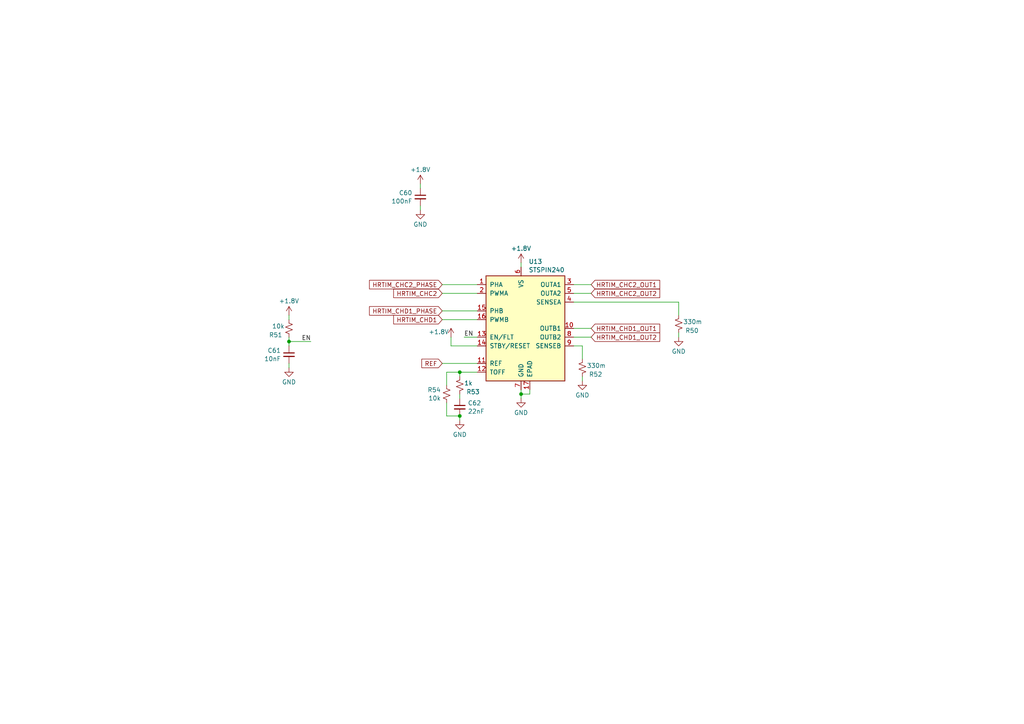
<source format=kicad_sch>
(kicad_sch
	(version 20231120)
	(generator "eeschema")
	(generator_version "8.0")
	(uuid "678b9aec-26bf-4f27-ba87-71e2ec76edda")
	(paper "A4")
	(lib_symbols
		(symbol "Device:C_Small"
			(pin_numbers hide)
			(pin_names
				(offset 0.254) hide)
			(exclude_from_sim no)
			(in_bom yes)
			(on_board yes)
			(property "Reference" "C"
				(at 0.254 1.778 0)
				(effects
					(font
						(size 1.27 1.27)
					)
					(justify left)
				)
			)
			(property "Value" "C_Small"
				(at 0.254 -2.032 0)
				(effects
					(font
						(size 1.27 1.27)
					)
					(justify left)
				)
			)
			(property "Footprint" ""
				(at 0 0 0)
				(effects
					(font
						(size 1.27 1.27)
					)
					(hide yes)
				)
			)
			(property "Datasheet" "~"
				(at 0 0 0)
				(effects
					(font
						(size 1.27 1.27)
					)
					(hide yes)
				)
			)
			(property "Description" "Unpolarized capacitor, small symbol"
				(at 0 0 0)
				(effects
					(font
						(size 1.27 1.27)
					)
					(hide yes)
				)
			)
			(property "ki_keywords" "capacitor cap"
				(at 0 0 0)
				(effects
					(font
						(size 1.27 1.27)
					)
					(hide yes)
				)
			)
			(property "ki_fp_filters" "C_*"
				(at 0 0 0)
				(effects
					(font
						(size 1.27 1.27)
					)
					(hide yes)
				)
			)
			(symbol "C_Small_0_1"
				(polyline
					(pts
						(xy -1.524 -0.508) (xy 1.524 -0.508)
					)
					(stroke
						(width 0.3302)
						(type default)
					)
					(fill
						(type none)
					)
				)
				(polyline
					(pts
						(xy -1.524 0.508) (xy 1.524 0.508)
					)
					(stroke
						(width 0.3048)
						(type default)
					)
					(fill
						(type none)
					)
				)
			)
			(symbol "C_Small_1_1"
				(pin passive line
					(at 0 2.54 270)
					(length 2.032)
					(name "~"
						(effects
							(font
								(size 1.27 1.27)
							)
						)
					)
					(number "1"
						(effects
							(font
								(size 1.27 1.27)
							)
						)
					)
				)
				(pin passive line
					(at 0 -2.54 90)
					(length 2.032)
					(name "~"
						(effects
							(font
								(size 1.27 1.27)
							)
						)
					)
					(number "2"
						(effects
							(font
								(size 1.27 1.27)
							)
						)
					)
				)
			)
		)
		(symbol "Device:R_Small_US"
			(pin_numbers hide)
			(pin_names
				(offset 0.254) hide)
			(exclude_from_sim no)
			(in_bom yes)
			(on_board yes)
			(property "Reference" "R"
				(at 0.762 0.508 0)
				(effects
					(font
						(size 1.27 1.27)
					)
					(justify left)
				)
			)
			(property "Value" "R_Small_US"
				(at 0.762 -1.016 0)
				(effects
					(font
						(size 1.27 1.27)
					)
					(justify left)
				)
			)
			(property "Footprint" ""
				(at 0 0 0)
				(effects
					(font
						(size 1.27 1.27)
					)
					(hide yes)
				)
			)
			(property "Datasheet" "~"
				(at 0 0 0)
				(effects
					(font
						(size 1.27 1.27)
					)
					(hide yes)
				)
			)
			(property "Description" "Resistor, small US symbol"
				(at 0 0 0)
				(effects
					(font
						(size 1.27 1.27)
					)
					(hide yes)
				)
			)
			(property "ki_keywords" "r resistor"
				(at 0 0 0)
				(effects
					(font
						(size 1.27 1.27)
					)
					(hide yes)
				)
			)
			(property "ki_fp_filters" "R_*"
				(at 0 0 0)
				(effects
					(font
						(size 1.27 1.27)
					)
					(hide yes)
				)
			)
			(symbol "R_Small_US_1_1"
				(polyline
					(pts
						(xy 0 0) (xy 1.016 -0.381) (xy 0 -0.762) (xy -1.016 -1.143) (xy 0 -1.524)
					)
					(stroke
						(width 0)
						(type default)
					)
					(fill
						(type none)
					)
				)
				(polyline
					(pts
						(xy 0 1.524) (xy 1.016 1.143) (xy 0 0.762) (xy -1.016 0.381) (xy 0 0)
					)
					(stroke
						(width 0)
						(type default)
					)
					(fill
						(type none)
					)
				)
				(pin passive line
					(at 0 2.54 270)
					(length 1.016)
					(name "~"
						(effects
							(font
								(size 1.27 1.27)
							)
						)
					)
					(number "1"
						(effects
							(font
								(size 1.27 1.27)
							)
						)
					)
				)
				(pin passive line
					(at 0 -2.54 90)
					(length 1.016)
					(name "~"
						(effects
							(font
								(size 1.27 1.27)
							)
						)
					)
					(number "2"
						(effects
							(font
								(size 1.27 1.27)
							)
						)
					)
				)
			)
		)
		(symbol "Driver_Motor:STSPIN240"
			(pin_names
				(offset 1.016)
			)
			(exclude_from_sim no)
			(in_bom yes)
			(on_board yes)
			(property "Reference" "U"
				(at -10.16 16.51 0)
				(effects
					(font
						(size 1.27 1.27)
					)
					(justify left)
				)
			)
			(property "Value" "STSPIN240"
				(at 5.08 16.51 0)
				(effects
					(font
						(size 1.27 1.27)
					)
					(justify left)
				)
			)
			(property "Footprint" "Package_DFN_QFN:VQFN-16-1EP_3x3mm_P0.5mm_EP1.8x1.8mm"
				(at 5.08 19.05 0)
				(effects
					(font
						(size 1.27 1.27)
					)
					(justify left)
					(hide yes)
				)
			)
			(property "Datasheet" "www.st.com/resource/en/datasheet/stspin240.pdf"
				(at 3.81 6.35 0)
				(effects
					(font
						(size 1.27 1.27)
					)
					(hide yes)
				)
			)
			(property "Description" "Low voltage dual brush DC motor driver, 1.8V to 10V input, 1.3Arms output, 0.4Ω Rdson per phase (typical), QFN-16 package"
				(at 0 0 0)
				(effects
					(font
						(size 1.27 1.27)
					)
					(hide yes)
				)
			)
			(property "ki_keywords" "motor driver dc brushed"
				(at 0 0 0)
				(effects
					(font
						(size 1.27 1.27)
					)
					(hide yes)
				)
			)
			(property "ki_fp_filters" "VQFN*1EP*3x3mm*P0.5mm*"
				(at 0 0 0)
				(effects
					(font
						(size 1.27 1.27)
					)
					(hide yes)
				)
			)
			(symbol "STSPIN240_0_1"
				(rectangle
					(start -10.16 15.24)
					(end 12.7 -15.24)
					(stroke
						(width 0.254)
						(type default)
					)
					(fill
						(type background)
					)
				)
			)
			(symbol "STSPIN240_1_1"
				(pin input line
					(at -12.7 12.7 0)
					(length 2.54)
					(name "PHA"
						(effects
							(font
								(size 1.27 1.27)
							)
						)
					)
					(number "1"
						(effects
							(font
								(size 1.27 1.27)
							)
						)
					)
				)
				(pin power_out line
					(at 15.24 0 180)
					(length 2.54)
					(name "OUTB1"
						(effects
							(font
								(size 1.27 1.27)
							)
						)
					)
					(number "10"
						(effects
							(font
								(size 1.27 1.27)
							)
						)
					)
				)
				(pin input line
					(at -12.7 -10.16 0)
					(length 2.54)
					(name "REF"
						(effects
							(font
								(size 1.27 1.27)
							)
						)
					)
					(number "11"
						(effects
							(font
								(size 1.27 1.27)
							)
						)
					)
				)
				(pin input line
					(at -12.7 -12.7 0)
					(length 2.54)
					(name "TOFF"
						(effects
							(font
								(size 1.27 1.27)
							)
						)
					)
					(number "12"
						(effects
							(font
								(size 1.27 1.27)
							)
						)
					)
				)
				(pin bidirectional line
					(at -12.7 -2.54 0)
					(length 2.54)
					(name "EN/FLT"
						(effects
							(font
								(size 1.27 1.27)
							)
						)
					)
					(number "13"
						(effects
							(font
								(size 1.27 1.27)
							)
						)
					)
				)
				(pin input line
					(at -12.7 -5.08 0)
					(length 2.54)
					(name "STBY/RESET"
						(effects
							(font
								(size 1.27 1.27)
							)
						)
					)
					(number "14"
						(effects
							(font
								(size 1.27 1.27)
							)
						)
					)
				)
				(pin input line
					(at -12.7 5.08 0)
					(length 2.54)
					(name "PHB"
						(effects
							(font
								(size 1.27 1.27)
							)
						)
					)
					(number "15"
						(effects
							(font
								(size 1.27 1.27)
							)
						)
					)
				)
				(pin input line
					(at -12.7 2.54 0)
					(length 2.54)
					(name "PWMB"
						(effects
							(font
								(size 1.27 1.27)
							)
						)
					)
					(number "16"
						(effects
							(font
								(size 1.27 1.27)
							)
						)
					)
				)
				(pin power_in line
					(at 2.54 -17.78 90)
					(length 2.54)
					(name "EPAD"
						(effects
							(font
								(size 1.27 1.27)
							)
						)
					)
					(number "17"
						(effects
							(font
								(size 1.27 1.27)
							)
						)
					)
				)
				(pin input line
					(at -12.7 10.16 0)
					(length 2.54)
					(name "PWMA"
						(effects
							(font
								(size 1.27 1.27)
							)
						)
					)
					(number "2"
						(effects
							(font
								(size 1.27 1.27)
							)
						)
					)
				)
				(pin power_out line
					(at 15.24 12.7 180)
					(length 2.54)
					(name "OUTA1"
						(effects
							(font
								(size 1.27 1.27)
							)
						)
					)
					(number "3"
						(effects
							(font
								(size 1.27 1.27)
							)
						)
					)
				)
				(pin power_out line
					(at 15.24 7.62 180)
					(length 2.54)
					(name "SENSEA"
						(effects
							(font
								(size 1.27 1.27)
							)
						)
					)
					(number "4"
						(effects
							(font
								(size 1.27 1.27)
							)
						)
					)
				)
				(pin power_out line
					(at 15.24 10.16 180)
					(length 2.54)
					(name "OUTA2"
						(effects
							(font
								(size 1.27 1.27)
							)
						)
					)
					(number "5"
						(effects
							(font
								(size 1.27 1.27)
							)
						)
					)
				)
				(pin power_in line
					(at 0 17.78 270)
					(length 2.54)
					(name "VS"
						(effects
							(font
								(size 1.27 1.27)
							)
						)
					)
					(number "6"
						(effects
							(font
								(size 1.27 1.27)
							)
						)
					)
				)
				(pin power_in line
					(at 0 -17.78 90)
					(length 2.54)
					(name "GND"
						(effects
							(font
								(size 1.27 1.27)
							)
						)
					)
					(number "7"
						(effects
							(font
								(size 1.27 1.27)
							)
						)
					)
				)
				(pin power_out line
					(at 15.24 -2.54 180)
					(length 2.54)
					(name "OUTB2"
						(effects
							(font
								(size 1.27 1.27)
							)
						)
					)
					(number "8"
						(effects
							(font
								(size 1.27 1.27)
							)
						)
					)
				)
				(pin power_out line
					(at 15.24 -5.08 180)
					(length 2.54)
					(name "SENSEB"
						(effects
							(font
								(size 1.27 1.27)
							)
						)
					)
					(number "9"
						(effects
							(font
								(size 1.27 1.27)
							)
						)
					)
				)
			)
		)
		(symbol "power:+1V8"
			(power)
			(pin_names
				(offset 0)
			)
			(exclude_from_sim no)
			(in_bom yes)
			(on_board yes)
			(property "Reference" "#PWR"
				(at 0 -3.81 0)
				(effects
					(font
						(size 1.27 1.27)
					)
					(hide yes)
				)
			)
			(property "Value" "+1V8"
				(at 0 3.556 0)
				(effects
					(font
						(size 1.27 1.27)
					)
				)
			)
			(property "Footprint" ""
				(at 0 0 0)
				(effects
					(font
						(size 1.27 1.27)
					)
					(hide yes)
				)
			)
			(property "Datasheet" ""
				(at 0 0 0)
				(effects
					(font
						(size 1.27 1.27)
					)
					(hide yes)
				)
			)
			(property "Description" "Power symbol creates a global label with name \"+1V8\""
				(at 0 0 0)
				(effects
					(font
						(size 1.27 1.27)
					)
					(hide yes)
				)
			)
			(property "ki_keywords" "global power"
				(at 0 0 0)
				(effects
					(font
						(size 1.27 1.27)
					)
					(hide yes)
				)
			)
			(symbol "+1V8_0_1"
				(polyline
					(pts
						(xy -0.762 1.27) (xy 0 2.54)
					)
					(stroke
						(width 0)
						(type default)
					)
					(fill
						(type none)
					)
				)
				(polyline
					(pts
						(xy 0 0) (xy 0 2.54)
					)
					(stroke
						(width 0)
						(type default)
					)
					(fill
						(type none)
					)
				)
				(polyline
					(pts
						(xy 0 2.54) (xy 0.762 1.27)
					)
					(stroke
						(width 0)
						(type default)
					)
					(fill
						(type none)
					)
				)
			)
			(symbol "+1V8_1_1"
				(pin power_in line
					(at 0 0 90)
					(length 0) hide
					(name "+1V8"
						(effects
							(font
								(size 1.27 1.27)
							)
						)
					)
					(number "1"
						(effects
							(font
								(size 1.27 1.27)
							)
						)
					)
				)
			)
		)
		(symbol "power:GND"
			(power)
			(pin_names
				(offset 0)
			)
			(exclude_from_sim no)
			(in_bom yes)
			(on_board yes)
			(property "Reference" "#PWR"
				(at 0 -6.35 0)
				(effects
					(font
						(size 1.27 1.27)
					)
					(hide yes)
				)
			)
			(property "Value" "GND"
				(at 0 -3.81 0)
				(effects
					(font
						(size 1.27 1.27)
					)
				)
			)
			(property "Footprint" ""
				(at 0 0 0)
				(effects
					(font
						(size 1.27 1.27)
					)
					(hide yes)
				)
			)
			(property "Datasheet" ""
				(at 0 0 0)
				(effects
					(font
						(size 1.27 1.27)
					)
					(hide yes)
				)
			)
			(property "Description" "Power symbol creates a global label with name \"GND\" , ground"
				(at 0 0 0)
				(effects
					(font
						(size 1.27 1.27)
					)
					(hide yes)
				)
			)
			(property "ki_keywords" "global power"
				(at 0 0 0)
				(effects
					(font
						(size 1.27 1.27)
					)
					(hide yes)
				)
			)
			(symbol "GND_0_1"
				(polyline
					(pts
						(xy 0 0) (xy 0 -1.27) (xy 1.27 -1.27) (xy 0 -2.54) (xy -1.27 -1.27) (xy 0 -1.27)
					)
					(stroke
						(width 0)
						(type default)
					)
					(fill
						(type none)
					)
				)
			)
			(symbol "GND_1_1"
				(pin power_in line
					(at 0 0 270)
					(length 0) hide
					(name "GND"
						(effects
							(font
								(size 1.27 1.27)
							)
						)
					)
					(number "1"
						(effects
							(font
								(size 1.27 1.27)
							)
						)
					)
				)
			)
		)
	)
	(junction
		(at 133.35 120.65)
		(diameter 0)
		(color 0 0 0 0)
		(uuid "42d6576e-fadb-4563-9fc6-3a42c8f7e3c8")
	)
	(junction
		(at 133.35 107.95)
		(diameter 0)
		(color 0 0 0 0)
		(uuid "667f0bd6-b12d-4faa-987f-927ccb27679f")
	)
	(junction
		(at 151.13 114.3)
		(diameter 0)
		(color 0 0 0 0)
		(uuid "b8536958-cabd-4320-bfca-2face8fcc9a7")
	)
	(junction
		(at 83.82 99.06)
		(diameter 0)
		(color 0 0 0 0)
		(uuid "d7e75411-1de3-452c-afc2-da1331c922c2")
	)
	(wire
		(pts
			(xy 151.13 76.2) (xy 151.13 77.47)
		)
		(stroke
			(width 0)
			(type default)
		)
		(uuid "0df78f29-7091-44f6-a730-ef372ed57675")
	)
	(wire
		(pts
			(xy 133.35 107.95) (xy 133.35 109.22)
		)
		(stroke
			(width 0)
			(type default)
		)
		(uuid "136b5161-d7ef-4375-aa91-e102651a4665")
	)
	(wire
		(pts
			(xy 168.91 100.33) (xy 166.37 100.33)
		)
		(stroke
			(width 0)
			(type default)
		)
		(uuid "154c620a-04df-4b2c-84d6-36da2c79bbea")
	)
	(wire
		(pts
			(xy 121.92 59.69) (xy 121.92 60.96)
		)
		(stroke
			(width 0)
			(type default)
		)
		(uuid "1ea7bd63-8734-448b-980b-014f4ca342f1")
	)
	(wire
		(pts
			(xy 133.35 114.3) (xy 133.35 115.57)
		)
		(stroke
			(width 0)
			(type default)
		)
		(uuid "2081ed10-af47-4487-84ed-017469b4fdb8")
	)
	(wire
		(pts
			(xy 128.27 92.71) (xy 138.43 92.71)
		)
		(stroke
			(width 0)
			(type default)
		)
		(uuid "24beaf91-e7d3-4e03-a638-690a46340679")
	)
	(wire
		(pts
			(xy 168.91 109.22) (xy 168.91 110.49)
		)
		(stroke
			(width 0)
			(type default)
		)
		(uuid "32926c58-e476-43b4-99b4-f50b1bd7289c")
	)
	(wire
		(pts
			(xy 83.82 99.06) (xy 83.82 100.33)
		)
		(stroke
			(width 0)
			(type default)
		)
		(uuid "3421b40e-45e7-4ac7-915c-5c46804131b9")
	)
	(wire
		(pts
			(xy 129.54 120.65) (xy 133.35 120.65)
		)
		(stroke
			(width 0)
			(type default)
		)
		(uuid "416fd5ac-a650-418e-931e-fcded8135e33")
	)
	(wire
		(pts
			(xy 128.27 90.17) (xy 138.43 90.17)
		)
		(stroke
			(width 0)
			(type default)
		)
		(uuid "424cc603-8d4e-4823-ae49-81b1618ee283")
	)
	(wire
		(pts
			(xy 168.91 104.14) (xy 168.91 100.33)
		)
		(stroke
			(width 0)
			(type default)
		)
		(uuid "48380410-9649-43e2-908f-c3ad67ad29b7")
	)
	(wire
		(pts
			(xy 151.13 113.03) (xy 151.13 114.3)
		)
		(stroke
			(width 0)
			(type default)
		)
		(uuid "5cf3c158-a797-45ff-8d5c-d0d1fafe3a22")
	)
	(wire
		(pts
			(xy 83.82 105.41) (xy 83.82 106.68)
		)
		(stroke
			(width 0)
			(type default)
		)
		(uuid "63b91a7c-7c95-4637-acd6-fcc77520c5dc")
	)
	(wire
		(pts
			(xy 196.85 87.63) (xy 196.85 91.44)
		)
		(stroke
			(width 0)
			(type default)
		)
		(uuid "6e4cef16-5184-4768-b13c-e683484dc67d")
	)
	(wire
		(pts
			(xy 129.54 107.95) (xy 133.35 107.95)
		)
		(stroke
			(width 0)
			(type default)
		)
		(uuid "7a2f5d6d-f89b-4009-be9b-50d00f32949b")
	)
	(wire
		(pts
			(xy 128.27 82.55) (xy 138.43 82.55)
		)
		(stroke
			(width 0)
			(type default)
		)
		(uuid "803c6951-769d-4787-a8a8-9d5548901c73")
	)
	(wire
		(pts
			(xy 121.92 53.34) (xy 121.92 54.61)
		)
		(stroke
			(width 0)
			(type default)
		)
		(uuid "81df2ca9-c94f-4f2b-a3c6-fd7d2f5cd330")
	)
	(wire
		(pts
			(xy 171.45 97.79) (xy 166.37 97.79)
		)
		(stroke
			(width 0)
			(type default)
		)
		(uuid "86b89144-a35d-4606-bee6-e66409accc8b")
	)
	(wire
		(pts
			(xy 138.43 97.79) (xy 134.62 97.79)
		)
		(stroke
			(width 0)
			(type default)
		)
		(uuid "87ebdfcb-394e-45c3-bb85-92d5e78fab56")
	)
	(wire
		(pts
			(xy 128.27 85.09) (xy 138.43 85.09)
		)
		(stroke
			(width 0)
			(type default)
		)
		(uuid "8e1f1e4d-a6da-4aa4-97a4-ceec37ac802b")
	)
	(wire
		(pts
			(xy 171.45 82.55) (xy 166.37 82.55)
		)
		(stroke
			(width 0)
			(type default)
		)
		(uuid "9073e5b9-c9af-4baa-b7cc-01e4e0e8170f")
	)
	(wire
		(pts
			(xy 133.35 107.95) (xy 138.43 107.95)
		)
		(stroke
			(width 0)
			(type default)
		)
		(uuid "af0d2cc6-489d-454c-9b05-ca897f917682")
	)
	(wire
		(pts
			(xy 130.81 100.33) (xy 138.43 100.33)
		)
		(stroke
			(width 0)
			(type default)
		)
		(uuid "b17469f9-4bfa-4158-bb7d-36070dad954a")
	)
	(wire
		(pts
			(xy 130.81 97.79) (xy 130.81 100.33)
		)
		(stroke
			(width 0)
			(type default)
		)
		(uuid "b99a87d4-af7a-4089-919c-45c7b3e63e22")
	)
	(wire
		(pts
			(xy 83.82 97.79) (xy 83.82 99.06)
		)
		(stroke
			(width 0)
			(type default)
		)
		(uuid "bab4188a-e630-4411-9ebd-0ebfae15cdb7")
	)
	(wire
		(pts
			(xy 171.45 85.09) (xy 166.37 85.09)
		)
		(stroke
			(width 0)
			(type default)
		)
		(uuid "bdd1b05d-dd6b-43d2-8213-f03d27a27000")
	)
	(wire
		(pts
			(xy 151.13 114.3) (xy 151.13 115.57)
		)
		(stroke
			(width 0)
			(type default)
		)
		(uuid "c05a63b7-2286-49ac-88b8-9c002ca85a9b")
	)
	(wire
		(pts
			(xy 196.85 87.63) (xy 166.37 87.63)
		)
		(stroke
			(width 0)
			(type default)
		)
		(uuid "c703d5d0-28ac-450a-9e81-ebc92b083f82")
	)
	(wire
		(pts
			(xy 128.27 105.41) (xy 138.43 105.41)
		)
		(stroke
			(width 0)
			(type default)
		)
		(uuid "d35195cc-7528-460d-9bc1-1c284727c64a")
	)
	(wire
		(pts
			(xy 129.54 116.84) (xy 129.54 120.65)
		)
		(stroke
			(width 0)
			(type default)
		)
		(uuid "df4c6b07-3cee-4d76-82ac-68278b1b2a0b")
	)
	(wire
		(pts
			(xy 83.82 91.44) (xy 83.82 92.71)
		)
		(stroke
			(width 0)
			(type default)
		)
		(uuid "e0f0e4df-3c11-491b-8c83-7b2feb1c5868")
	)
	(wire
		(pts
			(xy 153.67 114.3) (xy 153.67 113.03)
		)
		(stroke
			(width 0)
			(type default)
		)
		(uuid "e511d5ce-c0d6-4f17-bf9c-e17cd78b2211")
	)
	(wire
		(pts
			(xy 83.82 99.06) (xy 90.17 99.06)
		)
		(stroke
			(width 0)
			(type default)
		)
		(uuid "e535f119-b11d-44d9-8320-a66c01ce3ac1")
	)
	(wire
		(pts
			(xy 129.54 107.95) (xy 129.54 111.76)
		)
		(stroke
			(width 0)
			(type default)
		)
		(uuid "ea7df6dd-d206-4b50-ba0f-4867bd8d5e3c")
	)
	(wire
		(pts
			(xy 196.85 96.52) (xy 196.85 97.79)
		)
		(stroke
			(width 0)
			(type default)
		)
		(uuid "eedb8325-9b7d-43e3-aeb3-3c1bcc0fd479")
	)
	(wire
		(pts
			(xy 151.13 114.3) (xy 153.67 114.3)
		)
		(stroke
			(width 0)
			(type default)
		)
		(uuid "f25e5032-c755-44ef-8098-cb8f9e78830f")
	)
	(wire
		(pts
			(xy 171.45 95.25) (xy 166.37 95.25)
		)
		(stroke
			(width 0)
			(type default)
		)
		(uuid "f53cb537-a4c1-47fa-b30f-4b9840c5326a")
	)
	(wire
		(pts
			(xy 133.35 121.92) (xy 133.35 120.65)
		)
		(stroke
			(width 0)
			(type default)
		)
		(uuid "fcb6524b-ad1e-4656-ace8-fb400e227a7f")
	)
	(label "EN"
		(at 134.62 97.79 0)
		(fields_autoplaced yes)
		(effects
			(font
				(size 1.27 1.27)
			)
			(justify left bottom)
		)
		(uuid "2d735b23-4b75-4cc8-8522-77b72559e13e")
	)
	(label "EN"
		(at 90.17 99.06 180)
		(fields_autoplaced yes)
		(effects
			(font
				(size 1.27 1.27)
			)
			(justify right bottom)
		)
		(uuid "fc3e2e52-2328-484c-bc85-8e920ea7a8f4")
	)
	(global_label "HRTIM_CHD1"
		(shape input)
		(at 128.27 92.71 180)
		(fields_autoplaced yes)
		(effects
			(font
				(size 1.27 1.27)
			)
			(justify right)
		)
		(uuid "58b2eda6-4dac-4b30-9252-55102a16717b")
		(property "Intersheetrefs" "${INTERSHEET_REFS}"
			(at 113.6129 92.71 0)
			(effects
				(font
					(size 1.27 1.27)
				)
				(justify right)
				(hide yes)
			)
		)
	)
	(global_label "HRTIM_CHC2_OUT2"
		(shape input)
		(at 171.45 85.09 0)
		(fields_autoplaced yes)
		(effects
			(font
				(size 1.27 1.27)
			)
			(justify left)
		)
		(uuid "80bd9c8e-ba63-4c02-84ab-4dc93964974f")
		(property "Intersheetrefs" "${INTERSHEET_REFS}"
			(at 191.9128 85.09 0)
			(effects
				(font
					(size 1.27 1.27)
				)
				(justify left)
				(hide yes)
			)
		)
	)
	(global_label "HRTIM_CHD1_PHASE"
		(shape input)
		(at 128.27 90.17 180)
		(fields_autoplaced yes)
		(effects
			(font
				(size 1.27 1.27)
			)
			(justify right)
		)
		(uuid "8b813cc2-a0aa-4d22-9809-183b5a09753d")
		(property "Intersheetrefs" "${INTERSHEET_REFS}"
			(at 106.5977 90.17 0)
			(effects
				(font
					(size 1.27 1.27)
				)
				(justify right)
				(hide yes)
			)
		)
	)
	(global_label "REF"
		(shape input)
		(at 128.27 105.41 180)
		(fields_autoplaced yes)
		(effects
			(font
				(size 1.27 1.27)
			)
			(justify right)
		)
		(uuid "a0dc2bc4-5b4f-4c18-86e8-8fa5de828bae")
		(property "Intersheetrefs" "${INTERSHEET_REFS}"
			(at 121.7772 105.41 0)
			(effects
				(font
					(size 1.27 1.27)
				)
				(justify right)
				(hide yes)
			)
		)
	)
	(global_label "HRTIM_CHC2_PHASE"
		(shape input)
		(at 128.27 82.55 180)
		(fields_autoplaced yes)
		(effects
			(font
				(size 1.27 1.27)
			)
			(justify right)
		)
		(uuid "a4881ba1-4837-43a5-b98c-30b78eaa4774")
		(property "Intersheetrefs" "${INTERSHEET_REFS}"
			(at 106.5977 82.55 0)
			(effects
				(font
					(size 1.27 1.27)
				)
				(justify right)
				(hide yes)
			)
		)
	)
	(global_label "HRTIM_CHC2"
		(shape input)
		(at 128.27 85.09 180)
		(fields_autoplaced yes)
		(effects
			(font
				(size 1.27 1.27)
			)
			(justify right)
		)
		(uuid "b6dee8e1-f56e-4501-a1ed-fa3e6493b6f5")
		(property "Intersheetrefs" "${INTERSHEET_REFS}"
			(at 113.6129 85.09 0)
			(effects
				(font
					(size 1.27 1.27)
				)
				(justify right)
				(hide yes)
			)
		)
	)
	(global_label "HRTIM_CHD1_OUT1"
		(shape input)
		(at 171.45 95.25 0)
		(fields_autoplaced yes)
		(effects
			(font
				(size 1.27 1.27)
			)
			(justify left)
		)
		(uuid "d85d389d-17c0-4f63-85a2-ba6389527042")
		(property "Intersheetrefs" "${INTERSHEET_REFS}"
			(at 191.9128 95.25 0)
			(effects
				(font
					(size 1.27 1.27)
				)
				(justify left)
				(hide yes)
			)
		)
	)
	(global_label "HRTIM_CHC2_OUT1"
		(shape input)
		(at 171.45 82.55 0)
		(fields_autoplaced yes)
		(effects
			(font
				(size 1.27 1.27)
			)
			(justify left)
		)
		(uuid "f787eeab-8fc6-4cca-a35e-da118bdded0d")
		(property "Intersheetrefs" "${INTERSHEET_REFS}"
			(at 191.9128 82.55 0)
			(effects
				(font
					(size 1.27 1.27)
				)
				(justify left)
				(hide yes)
			)
		)
	)
	(global_label "HRTIM_CHD1_OUT2"
		(shape input)
		(at 171.45 97.79 0)
		(fields_autoplaced yes)
		(effects
			(font
				(size 1.27 1.27)
			)
			(justify left)
		)
		(uuid "fb1ea728-f540-467a-a7ac-6967553503a4")
		(property "Intersheetrefs" "${INTERSHEET_REFS}"
			(at 191.9128 97.79 0)
			(effects
				(font
					(size 1.27 1.27)
				)
				(justify left)
				(hide yes)
			)
		)
	)
	(symbol
		(lib_id "Device:R_Small_US")
		(at 133.35 111.76 0)
		(mirror y)
		(unit 1)
		(exclude_from_sim no)
		(in_bom yes)
		(on_board yes)
		(dnp no)
		(uuid "08d3599f-af0c-44bb-81d5-91e8f1f358cf")
		(property "Reference" "R53"
			(at 135.255 113.665 0)
			(effects
				(font
					(size 1.27 1.27)
				)
				(justify right)
			)
		)
		(property "Value" "1k"
			(at 134.62 111.125 0)
			(effects
				(font
					(size 1.27 1.27)
				)
				(justify right)
			)
		)
		(property "Footprint" "Resistor_SMD:R_0402_1005Metric"
			(at 133.35 111.76 0)
			(effects
				(font
					(size 1.27 1.27)
				)
				(hide yes)
			)
		)
		(property "Datasheet" "~"
			(at 133.35 111.76 0)
			(effects
				(font
					(size 1.27 1.27)
				)
				(hide yes)
			)
		)
		(property "Description" ""
			(at 133.35 111.76 0)
			(effects
				(font
					(size 1.27 1.27)
				)
				(hide yes)
			)
		)
		(property "LCSC" "C11702"
			(at 133.35 111.76 0)
			(effects
				(font
					(size 1.27 1.27)
				)
				(hide yes)
			)
		)
		(pin "1"
			(uuid "520cc536-f2af-4093-9c89-99c22b303949")
		)
		(pin "2"
			(uuid "6d27895e-5584-4a35-a191-ef74435461a2")
		)
		(instances
			(project "kasm_pcb_rev2"
				(path "/b88f3414-095b-412c-ac5e-63ceec91c7e6/2d3f9a94-2f4e-4d4f-b431-cd37d3bb57a3/b1cb1fa7-db7a-43e5-bd2e-23a5fc5c139a"
					(reference "R53")
					(unit 1)
				)
			)
		)
	)
	(symbol
		(lib_id "power:GND")
		(at 151.13 115.57 0)
		(unit 1)
		(exclude_from_sim no)
		(in_bom yes)
		(on_board yes)
		(dnp no)
		(uuid "0999cc4d-196e-43d7-9300-6dc4805e5618")
		(property "Reference" "#PWR0134"
			(at 151.13 121.92 0)
			(effects
				(font
					(size 1.27 1.27)
				)
				(hide yes)
			)
		)
		(property "Value" "GND"
			(at 151.13 119.7031 0)
			(effects
				(font
					(size 1.27 1.27)
				)
			)
		)
		(property "Footprint" ""
			(at 151.13 115.57 0)
			(effects
				(font
					(size 1.27 1.27)
				)
				(hide yes)
			)
		)
		(property "Datasheet" ""
			(at 151.13 115.57 0)
			(effects
				(font
					(size 1.27 1.27)
				)
				(hide yes)
			)
		)
		(property "Description" ""
			(at 151.13 115.57 0)
			(effects
				(font
					(size 1.27 1.27)
				)
				(hide yes)
			)
		)
		(pin "1"
			(uuid "01c8d304-92ab-4c38-9ee6-bb49e7f47521")
		)
		(instances
			(project "kasm_pcb_rev2"
				(path "/b88f3414-095b-412c-ac5e-63ceec91c7e6/2d3f9a94-2f4e-4d4f-b431-cd37d3bb57a3/b1cb1fa7-db7a-43e5-bd2e-23a5fc5c139a"
					(reference "#PWR0134")
					(unit 1)
				)
			)
		)
	)
	(symbol
		(lib_id "Device:R_Small_US")
		(at 196.85 93.98 0)
		(mirror y)
		(unit 1)
		(exclude_from_sim no)
		(in_bom yes)
		(on_board yes)
		(dnp no)
		(uuid "0c943832-355b-4dd2-80d1-86cc87ab732c")
		(property "Reference" "R50"
			(at 198.755 95.885 0)
			(effects
				(font
					(size 1.27 1.27)
				)
				(justify right)
			)
		)
		(property "Value" "330m"
			(at 198.12 93.345 0)
			(effects
				(font
					(size 1.27 1.27)
				)
				(justify right)
			)
		)
		(property "Footprint" "Resistor_SMD:R_0402_1005Metric"
			(at 196.85 93.98 0)
			(effects
				(font
					(size 1.27 1.27)
				)
				(hide yes)
			)
		)
		(property "Datasheet" "~"
			(at 196.85 93.98 0)
			(effects
				(font
					(size 1.27 1.27)
				)
				(hide yes)
			)
		)
		(property "Description" ""
			(at 196.85 93.98 0)
			(effects
				(font
					(size 1.27 1.27)
				)
				(hide yes)
			)
		)
		(property "LCSC" "C332660"
			(at 196.85 93.98 0)
			(effects
				(font
					(size 1.27 1.27)
				)
				(hide yes)
			)
		)
		(pin "1"
			(uuid "57d730c9-355f-4784-b711-036a1073d2a4")
		)
		(pin "2"
			(uuid "b0acd83e-7dfa-44f5-8902-f6cbfe4aaaab")
		)
		(instances
			(project "kasm_pcb_rev2"
				(path "/b88f3414-095b-412c-ac5e-63ceec91c7e6/2d3f9a94-2f4e-4d4f-b431-cd37d3bb57a3/b1cb1fa7-db7a-43e5-bd2e-23a5fc5c139a"
					(reference "R50")
					(unit 1)
				)
			)
		)
	)
	(symbol
		(lib_id "power:GND")
		(at 133.35 121.92 0)
		(unit 1)
		(exclude_from_sim no)
		(in_bom yes)
		(on_board yes)
		(dnp no)
		(uuid "14826b93-6e2a-40a6-8261-c4025ad4b572")
		(property "Reference" "#PWR0135"
			(at 133.35 128.27 0)
			(effects
				(font
					(size 1.27 1.27)
				)
				(hide yes)
			)
		)
		(property "Value" "GND"
			(at 133.35 126.0531 0)
			(effects
				(font
					(size 1.27 1.27)
				)
			)
		)
		(property "Footprint" ""
			(at 133.35 121.92 0)
			(effects
				(font
					(size 1.27 1.27)
				)
				(hide yes)
			)
		)
		(property "Datasheet" ""
			(at 133.35 121.92 0)
			(effects
				(font
					(size 1.27 1.27)
				)
				(hide yes)
			)
		)
		(property "Description" ""
			(at 133.35 121.92 0)
			(effects
				(font
					(size 1.27 1.27)
				)
				(hide yes)
			)
		)
		(pin "1"
			(uuid "e8b8079c-b48f-4a26-a36d-ad370f272bfa")
		)
		(instances
			(project "kasm_pcb_rev2"
				(path "/b88f3414-095b-412c-ac5e-63ceec91c7e6/2d3f9a94-2f4e-4d4f-b431-cd37d3bb57a3/b1cb1fa7-db7a-43e5-bd2e-23a5fc5c139a"
					(reference "#PWR0135")
					(unit 1)
				)
			)
		)
	)
	(symbol
		(lib_id "Device:R_Small_US")
		(at 83.82 95.25 0)
		(unit 1)
		(exclude_from_sim no)
		(in_bom yes)
		(on_board yes)
		(dnp no)
		(uuid "23119a32-3781-4e14-9518-f3722f383c32")
		(property "Reference" "R51"
			(at 81.915 97.155 0)
			(effects
				(font
					(size 1.27 1.27)
				)
				(justify right)
			)
		)
		(property "Value" "10k"
			(at 82.55 94.615 0)
			(effects
				(font
					(size 1.27 1.27)
				)
				(justify right)
			)
		)
		(property "Footprint" "Resistor_SMD:R_0402_1005Metric"
			(at 83.82 95.25 0)
			(effects
				(font
					(size 1.27 1.27)
				)
				(hide yes)
			)
		)
		(property "Datasheet" "~"
			(at 83.82 95.25 0)
			(effects
				(font
					(size 1.27 1.27)
				)
				(hide yes)
			)
		)
		(property "Description" ""
			(at 83.82 95.25 0)
			(effects
				(font
					(size 1.27 1.27)
				)
				(hide yes)
			)
		)
		(property "LCSC" "C25744"
			(at 83.82 95.25 0)
			(effects
				(font
					(size 1.27 1.27)
				)
				(hide yes)
			)
		)
		(pin "1"
			(uuid "d81662fd-b7ee-4cd3-835e-4201edb14a83")
		)
		(pin "2"
			(uuid "161611a2-a90e-4351-9765-90a80e4e7081")
		)
		(instances
			(project "kasm_pcb_rev2"
				(path "/b88f3414-095b-412c-ac5e-63ceec91c7e6/2d3f9a94-2f4e-4d4f-b431-cd37d3bb57a3/b1cb1fa7-db7a-43e5-bd2e-23a5fc5c139a"
					(reference "R51")
					(unit 1)
				)
			)
		)
	)
	(symbol
		(lib_id "power:+1V8")
		(at 130.81 97.79 0)
		(unit 1)
		(exclude_from_sim no)
		(in_bom yes)
		(on_board yes)
		(dnp no)
		(uuid "47419cb7-ae1c-489c-b519-ae9a5c0d2b1e")
		(property "Reference" "#PWR0130"
			(at 130.81 101.6 0)
			(effects
				(font
					(size 1.27 1.27)
				)
				(hide yes)
			)
		)
		(property "Value" "+1.8V"
			(at 127.254 96.266 0)
			(effects
				(font
					(size 1.27 1.27)
				)
			)
		)
		(property "Footprint" ""
			(at 130.81 97.79 0)
			(effects
				(font
					(size 1.27 1.27)
				)
				(hide yes)
			)
		)
		(property "Datasheet" ""
			(at 130.81 97.79 0)
			(effects
				(font
					(size 1.27 1.27)
				)
				(hide yes)
			)
		)
		(property "Description" ""
			(at 130.81 97.79 0)
			(effects
				(font
					(size 1.27 1.27)
				)
				(hide yes)
			)
		)
		(pin "1"
			(uuid "053ca9e1-1fa5-4cbe-93b1-01fdae85988d")
		)
		(instances
			(project "kasm_pcb_rev2"
				(path "/b88f3414-095b-412c-ac5e-63ceec91c7e6/2d3f9a94-2f4e-4d4f-b431-cd37d3bb57a3/b1cb1fa7-db7a-43e5-bd2e-23a5fc5c139a"
					(reference "#PWR0130")
					(unit 1)
				)
			)
		)
	)
	(symbol
		(lib_id "Device:R_Small_US")
		(at 168.91 106.68 0)
		(mirror y)
		(unit 1)
		(exclude_from_sim no)
		(in_bom yes)
		(on_board yes)
		(dnp no)
		(uuid "573e37f4-27b0-4a2f-aa61-feaccf55e8aa")
		(property "Reference" "R52"
			(at 170.815 108.585 0)
			(effects
				(font
					(size 1.27 1.27)
				)
				(justify right)
			)
		)
		(property "Value" "330m"
			(at 170.18 106.045 0)
			(effects
				(font
					(size 1.27 1.27)
				)
				(justify right)
			)
		)
		(property "Footprint" "Resistor_SMD:R_0402_1005Metric"
			(at 168.91 106.68 0)
			(effects
				(font
					(size 1.27 1.27)
				)
				(hide yes)
			)
		)
		(property "Datasheet" "~"
			(at 168.91 106.68 0)
			(effects
				(font
					(size 1.27 1.27)
				)
				(hide yes)
			)
		)
		(property "Description" ""
			(at 168.91 106.68 0)
			(effects
				(font
					(size 1.27 1.27)
				)
				(hide yes)
			)
		)
		(property "LCSC" "C332660"
			(at 168.91 106.68 0)
			(effects
				(font
					(size 1.27 1.27)
				)
				(hide yes)
			)
		)
		(pin "1"
			(uuid "deb5ea79-eada-4ab9-8293-e45ffe29325b")
		)
		(pin "2"
			(uuid "9fb9f794-63ce-4561-8109-da4072feb646")
		)
		(instances
			(project "kasm_pcb_rev2"
				(path "/b88f3414-095b-412c-ac5e-63ceec91c7e6/2d3f9a94-2f4e-4d4f-b431-cd37d3bb57a3/b1cb1fa7-db7a-43e5-bd2e-23a5fc5c139a"
					(reference "R52")
					(unit 1)
				)
			)
		)
	)
	(symbol
		(lib_id "Device:C_Small")
		(at 83.82 102.87 0)
		(mirror y)
		(unit 1)
		(exclude_from_sim no)
		(in_bom yes)
		(on_board yes)
		(dnp no)
		(uuid "8bbefa2f-93dc-492f-a9f9-ce6467de0313")
		(property "Reference" "C61"
			(at 81.4959 101.6642 0)
			(effects
				(font
					(size 1.27 1.27)
				)
				(justify left)
			)
		)
		(property "Value" "10nF"
			(at 81.4959 104.0884 0)
			(effects
				(font
					(size 1.27 1.27)
				)
				(justify left)
			)
		)
		(property "Footprint" "Capacitor_SMD:C_0402_1005Metric"
			(at 83.82 102.87 0)
			(effects
				(font
					(size 1.27 1.27)
				)
				(hide yes)
			)
		)
		(property "Datasheet" "~"
			(at 83.82 102.87 0)
			(effects
				(font
					(size 1.27 1.27)
				)
				(hide yes)
			)
		)
		(property "Description" ""
			(at 83.82 102.87 0)
			(effects
				(font
					(size 1.27 1.27)
				)
				(hide yes)
			)
		)
		(property "LCSC" "C15195"
			(at 83.82 102.87 0)
			(effects
				(font
					(size 1.27 1.27)
				)
				(hide yes)
			)
		)
		(pin "1"
			(uuid "4a0b128f-1011-4cfc-a4f9-a184f8f367cb")
		)
		(pin "2"
			(uuid "7ee64186-dbfa-4b56-9658-efb851b27027")
		)
		(instances
			(project "kasm_pcb_rev2"
				(path "/b88f3414-095b-412c-ac5e-63ceec91c7e6/2d3f9a94-2f4e-4d4f-b431-cd37d3bb57a3/b1cb1fa7-db7a-43e5-bd2e-23a5fc5c139a"
					(reference "C61")
					(unit 1)
				)
			)
		)
	)
	(symbol
		(lib_id "Device:C_Small")
		(at 133.35 118.11 0)
		(unit 1)
		(exclude_from_sim no)
		(in_bom yes)
		(on_board yes)
		(dnp no)
		(uuid "a4b32b01-09cd-40d7-b4bd-05e6b14c732a")
		(property "Reference" "C62"
			(at 135.6741 116.9042 0)
			(effects
				(font
					(size 1.27 1.27)
				)
				(justify left)
			)
		)
		(property "Value" "22nF"
			(at 135.6741 119.3284 0)
			(effects
				(font
					(size 1.27 1.27)
				)
				(justify left)
			)
		)
		(property "Footprint" "Capacitor_SMD:C_0402_1005Metric"
			(at 133.35 118.11 0)
			(effects
				(font
					(size 1.27 1.27)
				)
				(hide yes)
			)
		)
		(property "Datasheet" "~"
			(at 133.35 118.11 0)
			(effects
				(font
					(size 1.27 1.27)
				)
				(hide yes)
			)
		)
		(property "Description" ""
			(at 133.35 118.11 0)
			(effects
				(font
					(size 1.27 1.27)
				)
				(hide yes)
			)
		)
		(property "LCSC" "C1532"
			(at 133.35 118.11 0)
			(effects
				(font
					(size 1.27 1.27)
				)
				(hide yes)
			)
		)
		(pin "1"
			(uuid "8b85e93a-1364-406f-b041-5332cdf1f0d7")
		)
		(pin "2"
			(uuid "1180bcc9-8394-4f27-9980-bdad24b10085")
		)
		(instances
			(project "kasm_pcb_rev2"
				(path "/b88f3414-095b-412c-ac5e-63ceec91c7e6/2d3f9a94-2f4e-4d4f-b431-cd37d3bb57a3/b1cb1fa7-db7a-43e5-bd2e-23a5fc5c139a"
					(reference "C62")
					(unit 1)
				)
			)
		)
	)
	(symbol
		(lib_id "power:GND")
		(at 83.82 106.68 0)
		(unit 1)
		(exclude_from_sim no)
		(in_bom yes)
		(on_board yes)
		(dnp no)
		(uuid "a7e209d7-8814-4e15-94e5-c596746dcf1c")
		(property "Reference" "#PWR0132"
			(at 83.82 113.03 0)
			(effects
				(font
					(size 1.27 1.27)
				)
				(hide yes)
			)
		)
		(property "Value" "GND"
			(at 83.82 110.8131 0)
			(effects
				(font
					(size 1.27 1.27)
				)
			)
		)
		(property "Footprint" ""
			(at 83.82 106.68 0)
			(effects
				(font
					(size 1.27 1.27)
				)
				(hide yes)
			)
		)
		(property "Datasheet" ""
			(at 83.82 106.68 0)
			(effects
				(font
					(size 1.27 1.27)
				)
				(hide yes)
			)
		)
		(property "Description" ""
			(at 83.82 106.68 0)
			(effects
				(font
					(size 1.27 1.27)
				)
				(hide yes)
			)
		)
		(pin "1"
			(uuid "92a6c475-de20-49ef-86de-68ef71c69e89")
		)
		(instances
			(project "kasm_pcb_rev2"
				(path "/b88f3414-095b-412c-ac5e-63ceec91c7e6/2d3f9a94-2f4e-4d4f-b431-cd37d3bb57a3/b1cb1fa7-db7a-43e5-bd2e-23a5fc5c139a"
					(reference "#PWR0132")
					(unit 1)
				)
			)
		)
	)
	(symbol
		(lib_id "Device:R_Small_US")
		(at 129.54 114.3 0)
		(unit 1)
		(exclude_from_sim no)
		(in_bom yes)
		(on_board yes)
		(dnp no)
		(uuid "bfdc5db9-5620-48b6-9bf6-89e3bdf3214f")
		(property "Reference" "R54"
			(at 127.889 113.0879 0)
			(effects
				(font
					(size 1.27 1.27)
				)
				(justify right)
			)
		)
		(property "Value" "10k"
			(at 127.889 115.5121 0)
			(effects
				(font
					(size 1.27 1.27)
				)
				(justify right)
			)
		)
		(property "Footprint" "Resistor_SMD:R_0402_1005Metric"
			(at 129.54 114.3 0)
			(effects
				(font
					(size 1.27 1.27)
				)
				(hide yes)
			)
		)
		(property "Datasheet" "~"
			(at 129.54 114.3 0)
			(effects
				(font
					(size 1.27 1.27)
				)
				(hide yes)
			)
		)
		(property "Description" ""
			(at 129.54 114.3 0)
			(effects
				(font
					(size 1.27 1.27)
				)
				(hide yes)
			)
		)
		(property "LCSC" "C25744"
			(at 129.54 114.3 0)
			(effects
				(font
					(size 1.27 1.27)
				)
				(hide yes)
			)
		)
		(pin "1"
			(uuid "c274c463-e395-48cd-84fd-43c321901939")
		)
		(pin "2"
			(uuid "40177d0b-163d-4b7d-bc14-a96a14938c86")
		)
		(instances
			(project "kasm_pcb_rev2"
				(path "/b88f3414-095b-412c-ac5e-63ceec91c7e6/2d3f9a94-2f4e-4d4f-b431-cd37d3bb57a3/b1cb1fa7-db7a-43e5-bd2e-23a5fc5c139a"
					(reference "R54")
					(unit 1)
				)
			)
		)
	)
	(symbol
		(lib_id "Driver_Motor:STSPIN240")
		(at 151.13 95.25 0)
		(unit 1)
		(exclude_from_sim no)
		(in_bom yes)
		(on_board yes)
		(dnp no)
		(fields_autoplaced yes)
		(uuid "c7502d99-2115-45f9-a2ef-a076462238a5")
		(property "Reference" "U13"
			(at 153.3241 75.8655 0)
			(effects
				(font
					(size 1.27 1.27)
				)
				(justify left)
			)
		)
		(property "Value" "STSPIN240"
			(at 153.3241 78.2898 0)
			(effects
				(font
					(size 1.27 1.27)
				)
				(justify left)
			)
		)
		(property "Footprint" "Package_DFN_QFN:VQFN-16-1EP_3x3mm_P0.5mm_EP1.8x1.8mm"
			(at 156.21 76.2 0)
			(effects
				(font
					(size 1.27 1.27)
				)
				(justify left)
				(hide yes)
			)
		)
		(property "Datasheet" "www.st.com/resource/en/datasheet/stspin240.pdf"
			(at 154.94 88.9 0)
			(effects
				(font
					(size 1.27 1.27)
				)
				(hide yes)
			)
		)
		(property "Description" "Low voltage dual brush DC motor driver, 1.8V to 10V input, 1.3Arms output, 0.4Ω Rdson per phase (typical), QFN-16 package"
			(at 151.13 95.25 0)
			(effects
				(font
					(size 1.27 1.27)
				)
				(hide yes)
			)
		)
		(property "LCSC" "C962258"
			(at 151.13 95.25 0)
			(effects
				(font
					(size 1.27 1.27)
				)
				(hide yes)
			)
		)
		(pin "3"
			(uuid "fe9d407e-f7c4-4d26-83bf-e859ae563953")
		)
		(pin "1"
			(uuid "30ac2a83-2a74-4171-a3a8-2d0ae77ce84e")
		)
		(pin "11"
			(uuid "e8cf5615-f468-42e5-b764-8378300ae2c0")
		)
		(pin "16"
			(uuid "343aae0f-2418-414b-9e98-d73fb55bc60f")
		)
		(pin "5"
			(uuid "3f95d406-0c66-4745-9029-ca7bee6a393b")
		)
		(pin "17"
			(uuid "628e1b96-d0d9-48e0-ba07-8b5abceabae1")
		)
		(pin "4"
			(uuid "522a1027-f92a-412a-99e9-27eca5bd7271")
		)
		(pin "7"
			(uuid "f1ca1b92-8e7f-487e-9eb0-2680eac2976c")
		)
		(pin "12"
			(uuid "b1dff811-43d4-4eb0-b4fe-8d1d58da56dd")
		)
		(pin "8"
			(uuid "af706f31-aaf9-436f-a4e4-d2b6472f0b71")
		)
		(pin "13"
			(uuid "cc77683b-88d0-4edf-9198-5ce1c7403982")
		)
		(pin "14"
			(uuid "358dc77a-4bac-4156-944f-764ceb3f10f2")
		)
		(pin "9"
			(uuid "f9c0fd3b-34e7-4383-9c93-07ea94d472db")
		)
		(pin "15"
			(uuid "fb8a524f-69ff-4e75-8ae2-d8b3c017c8f2")
		)
		(pin "6"
			(uuid "703dac2d-832a-4314-b1e9-b916d658de24")
		)
		(pin "2"
			(uuid "71a4b8d0-494f-4156-a3ea-31e3755ac544")
		)
		(pin "10"
			(uuid "28bf453d-5e87-4410-b8a1-e775a3e9537b")
		)
		(instances
			(project "kasm_pcb_rev2"
				(path "/b88f3414-095b-412c-ac5e-63ceec91c7e6/2d3f9a94-2f4e-4d4f-b431-cd37d3bb57a3/b1cb1fa7-db7a-43e5-bd2e-23a5fc5c139a"
					(reference "U13")
					(unit 1)
				)
			)
		)
	)
	(symbol
		(lib_id "power:+1V8")
		(at 151.13 76.2 0)
		(unit 1)
		(exclude_from_sim no)
		(in_bom yes)
		(on_board yes)
		(dnp no)
		(fields_autoplaced yes)
		(uuid "ca847cc4-807a-42af-945f-2720735b3a56")
		(property "Reference" "#PWR0128"
			(at 151.13 80.01 0)
			(effects
				(font
					(size 1.27 1.27)
				)
				(hide yes)
			)
		)
		(property "Value" "+1.8V"
			(at 151.13 72.0669 0)
			(effects
				(font
					(size 1.27 1.27)
				)
			)
		)
		(property "Footprint" ""
			(at 151.13 76.2 0)
			(effects
				(font
					(size 1.27 1.27)
				)
				(hide yes)
			)
		)
		(property "Datasheet" ""
			(at 151.13 76.2 0)
			(effects
				(font
					(size 1.27 1.27)
				)
				(hide yes)
			)
		)
		(property "Description" ""
			(at 151.13 76.2 0)
			(effects
				(font
					(size 1.27 1.27)
				)
				(hide yes)
			)
		)
		(pin "1"
			(uuid "7ccac2bd-317e-409c-be59-a405e74a4185")
		)
		(instances
			(project "kasm_pcb_rev2"
				(path "/b88f3414-095b-412c-ac5e-63ceec91c7e6/2d3f9a94-2f4e-4d4f-b431-cd37d3bb57a3/b1cb1fa7-db7a-43e5-bd2e-23a5fc5c139a"
					(reference "#PWR0128")
					(unit 1)
				)
			)
		)
	)
	(symbol
		(lib_id "power:GND")
		(at 121.92 60.96 0)
		(unit 1)
		(exclude_from_sim no)
		(in_bom yes)
		(on_board yes)
		(dnp no)
		(uuid "d0817673-fadb-49b3-aafd-2e2ce68adcb9")
		(property "Reference" "#PWR0127"
			(at 121.92 67.31 0)
			(effects
				(font
					(size 1.27 1.27)
				)
				(hide yes)
			)
		)
		(property "Value" "GND"
			(at 121.92 65.0931 0)
			(effects
				(font
					(size 1.27 1.27)
				)
			)
		)
		(property "Footprint" ""
			(at 121.92 60.96 0)
			(effects
				(font
					(size 1.27 1.27)
				)
				(hide yes)
			)
		)
		(property "Datasheet" ""
			(at 121.92 60.96 0)
			(effects
				(font
					(size 1.27 1.27)
				)
				(hide yes)
			)
		)
		(property "Description" ""
			(at 121.92 60.96 0)
			(effects
				(font
					(size 1.27 1.27)
				)
				(hide yes)
			)
		)
		(pin "1"
			(uuid "79456005-239d-4387-bf35-7a8857acec34")
		)
		(instances
			(project "kasm_pcb_rev2"
				(path "/b88f3414-095b-412c-ac5e-63ceec91c7e6/2d3f9a94-2f4e-4d4f-b431-cd37d3bb57a3/b1cb1fa7-db7a-43e5-bd2e-23a5fc5c139a"
					(reference "#PWR0127")
					(unit 1)
				)
			)
		)
	)
	(symbol
		(lib_id "power:GND")
		(at 196.85 97.79 0)
		(unit 1)
		(exclude_from_sim no)
		(in_bom yes)
		(on_board yes)
		(dnp no)
		(uuid "d175aaf1-ea8b-44a5-93c7-f549d04de460")
		(property "Reference" "#PWR0131"
			(at 196.85 104.14 0)
			(effects
				(font
					(size 1.27 1.27)
				)
				(hide yes)
			)
		)
		(property "Value" "GND"
			(at 196.85 101.9231 0)
			(effects
				(font
					(size 1.27 1.27)
				)
			)
		)
		(property "Footprint" ""
			(at 196.85 97.79 0)
			(effects
				(font
					(size 1.27 1.27)
				)
				(hide yes)
			)
		)
		(property "Datasheet" ""
			(at 196.85 97.79 0)
			(effects
				(font
					(size 1.27 1.27)
				)
				(hide yes)
			)
		)
		(property "Description" ""
			(at 196.85 97.79 0)
			(effects
				(font
					(size 1.27 1.27)
				)
				(hide yes)
			)
		)
		(pin "1"
			(uuid "a8b3fb2d-6d12-4fce-bae4-1b92b043b350")
		)
		(instances
			(project "kasm_pcb_rev2"
				(path "/b88f3414-095b-412c-ac5e-63ceec91c7e6/2d3f9a94-2f4e-4d4f-b431-cd37d3bb57a3/b1cb1fa7-db7a-43e5-bd2e-23a5fc5c139a"
					(reference "#PWR0131")
					(unit 1)
				)
			)
		)
	)
	(symbol
		(lib_id "power:+1V8")
		(at 121.92 53.34 0)
		(unit 1)
		(exclude_from_sim no)
		(in_bom yes)
		(on_board yes)
		(dnp no)
		(fields_autoplaced yes)
		(uuid "d30b25b1-e68a-4f45-88ed-82944a2e5cfe")
		(property "Reference" "#PWR0126"
			(at 121.92 57.15 0)
			(effects
				(font
					(size 1.27 1.27)
				)
				(hide yes)
			)
		)
		(property "Value" "+1.8V"
			(at 121.92 49.2069 0)
			(effects
				(font
					(size 1.27 1.27)
				)
			)
		)
		(property "Footprint" ""
			(at 121.92 53.34 0)
			(effects
				(font
					(size 1.27 1.27)
				)
				(hide yes)
			)
		)
		(property "Datasheet" ""
			(at 121.92 53.34 0)
			(effects
				(font
					(size 1.27 1.27)
				)
				(hide yes)
			)
		)
		(property "Description" ""
			(at 121.92 53.34 0)
			(effects
				(font
					(size 1.27 1.27)
				)
				(hide yes)
			)
		)
		(pin "1"
			(uuid "49e25969-0beb-4067-9704-8929e77d7fce")
		)
		(instances
			(project "kasm_pcb_rev2"
				(path "/b88f3414-095b-412c-ac5e-63ceec91c7e6/2d3f9a94-2f4e-4d4f-b431-cd37d3bb57a3/b1cb1fa7-db7a-43e5-bd2e-23a5fc5c139a"
					(reference "#PWR0126")
					(unit 1)
				)
			)
		)
	)
	(symbol
		(lib_id "power:GND")
		(at 168.91 110.49 0)
		(unit 1)
		(exclude_from_sim no)
		(in_bom yes)
		(on_board yes)
		(dnp no)
		(uuid "d730f53b-d4c3-4016-9b6d-13beb46a6f9c")
		(property "Reference" "#PWR0133"
			(at 168.91 116.84 0)
			(effects
				(font
					(size 1.27 1.27)
				)
				(hide yes)
			)
		)
		(property "Value" "GND"
			(at 168.91 114.6231 0)
			(effects
				(font
					(size 1.27 1.27)
				)
			)
		)
		(property "Footprint" ""
			(at 168.91 110.49 0)
			(effects
				(font
					(size 1.27 1.27)
				)
				(hide yes)
			)
		)
		(property "Datasheet" ""
			(at 168.91 110.49 0)
			(effects
				(font
					(size 1.27 1.27)
				)
				(hide yes)
			)
		)
		(property "Description" ""
			(at 168.91 110.49 0)
			(effects
				(font
					(size 1.27 1.27)
				)
				(hide yes)
			)
		)
		(pin "1"
			(uuid "90b36183-a9ed-458a-8e92-1ad788ea1be9")
		)
		(instances
			(project "kasm_pcb_rev2"
				(path "/b88f3414-095b-412c-ac5e-63ceec91c7e6/2d3f9a94-2f4e-4d4f-b431-cd37d3bb57a3/b1cb1fa7-db7a-43e5-bd2e-23a5fc5c139a"
					(reference "#PWR0133")
					(unit 1)
				)
			)
		)
	)
	(symbol
		(lib_id "Device:C_Small")
		(at 121.92 57.15 0)
		(mirror y)
		(unit 1)
		(exclude_from_sim no)
		(in_bom yes)
		(on_board yes)
		(dnp no)
		(uuid "ef95997f-db63-4113-b2f3-1ca9653deb12")
		(property "Reference" "C60"
			(at 119.5959 55.9442 0)
			(effects
				(font
					(size 1.27 1.27)
				)
				(justify left)
			)
		)
		(property "Value" "100nF"
			(at 119.5959 58.3684 0)
			(effects
				(font
					(size 1.27 1.27)
				)
				(justify left)
			)
		)
		(property "Footprint" "Capacitor_SMD:C_0402_1005Metric"
			(at 121.92 57.15 0)
			(effects
				(font
					(size 1.27 1.27)
				)
				(hide yes)
			)
		)
		(property "Datasheet" "~"
			(at 121.92 57.15 0)
			(effects
				(font
					(size 1.27 1.27)
				)
				(hide yes)
			)
		)
		(property "Description" ""
			(at 121.92 57.15 0)
			(effects
				(font
					(size 1.27 1.27)
				)
				(hide yes)
			)
		)
		(property "LCSC" "C1525"
			(at 121.92 57.15 0)
			(effects
				(font
					(size 1.27 1.27)
				)
				(hide yes)
			)
		)
		(pin "1"
			(uuid "f37f5dc6-32b1-40be-8c48-535215a6c2bc")
		)
		(pin "2"
			(uuid "8e889144-eb1d-445f-8e2a-28d6152bb7d3")
		)
		(instances
			(project "kasm_pcb_rev2"
				(path "/b88f3414-095b-412c-ac5e-63ceec91c7e6/2d3f9a94-2f4e-4d4f-b431-cd37d3bb57a3/b1cb1fa7-db7a-43e5-bd2e-23a5fc5c139a"
					(reference "C60")
					(unit 1)
				)
			)
		)
	)
	(symbol
		(lib_id "power:+1V8")
		(at 83.82 91.44 0)
		(unit 1)
		(exclude_from_sim no)
		(in_bom yes)
		(on_board yes)
		(dnp no)
		(fields_autoplaced yes)
		(uuid "fa9644b9-4a09-41de-a1d1-aee10c61998c")
		(property "Reference" "#PWR0129"
			(at 83.82 95.25 0)
			(effects
				(font
					(size 1.27 1.27)
				)
				(hide yes)
			)
		)
		(property "Value" "+1.8V"
			(at 83.82 87.3069 0)
			(effects
				(font
					(size 1.27 1.27)
				)
			)
		)
		(property "Footprint" ""
			(at 83.82 91.44 0)
			(effects
				(font
					(size 1.27 1.27)
				)
				(hide yes)
			)
		)
		(property "Datasheet" ""
			(at 83.82 91.44 0)
			(effects
				(font
					(size 1.27 1.27)
				)
				(hide yes)
			)
		)
		(property "Description" ""
			(at 83.82 91.44 0)
			(effects
				(font
					(size 1.27 1.27)
				)
				(hide yes)
			)
		)
		(pin "1"
			(uuid "35cdd0ab-4fdb-4a3a-adcf-ec121bdab8e6")
		)
		(instances
			(project "kasm_pcb_rev2"
				(path "/b88f3414-095b-412c-ac5e-63ceec91c7e6/2d3f9a94-2f4e-4d4f-b431-cd37d3bb57a3/b1cb1fa7-db7a-43e5-bd2e-23a5fc5c139a"
					(reference "#PWR0129")
					(unit 1)
				)
			)
		)
	)
)
</source>
